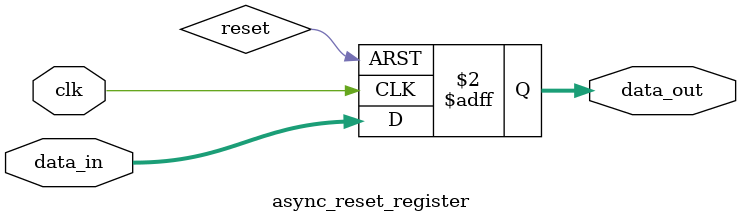
<source format=sv>
module async_reset_register (
    input logic clk,          
    input logic [3:0] data_in,
    output logic [3:0] data_out
);
    always_ff @(posedge clk or posedge reset) begin
        if (reset) begin
            data_out <= 4'b0000; 
        end else begin
            data_out <= data_in; 
        end
    end
endmodule

</source>
